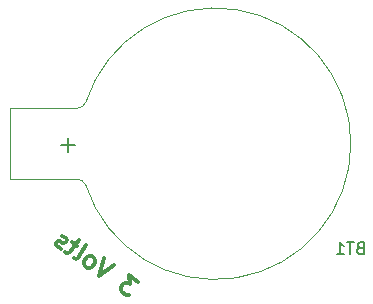
<source format=gbr>
G04 #@! TF.GenerationSoftware,KiCad,Pcbnew,(5.0.0)*
G04 #@! TF.CreationDate,2018-09-14T19:56:33-05:00*
G04 #@! TF.ProjectId,light sensitive demo,6C696768742073656E73697469766520,rev?*
G04 #@! TF.SameCoordinates,Original*
G04 #@! TF.FileFunction,Legend,Bot*
G04 #@! TF.FilePolarity,Positive*
%FSLAX46Y46*%
G04 Gerber Fmt 4.6, Leading zero omitted, Abs format (unit mm)*
G04 Created by KiCad (PCBNEW (5.0.0)) date 09/14/18 19:56:37*
%MOMM*%
%LPD*%
G01*
G04 APERTURE LIST*
%ADD10C,0.300000*%
%ADD11C,0.120000*%
%ADD12C,0.150000*%
G04 APERTURE END LIST*
D10*
X154731483Y-94229006D02*
X153970841Y-93696399D01*
X154052659Y-94451274D01*
X153877127Y-94328365D01*
X153719135Y-94304937D01*
X153619655Y-94322478D01*
X153479204Y-94398530D01*
X153274356Y-94691084D01*
X153250927Y-94849075D01*
X153268468Y-94948556D01*
X153344520Y-95089006D01*
X153695585Y-95334825D01*
X153853577Y-95358253D01*
X153953057Y-95340712D01*
X152683602Y-92795065D02*
X151413662Y-93737005D01*
X151864450Y-92221488D01*
X150418977Y-93040519D02*
X150576969Y-93063948D01*
X150676449Y-93046407D01*
X150816900Y-92970355D01*
X151062718Y-92619289D01*
X151086147Y-92461298D01*
X151068606Y-92361817D01*
X150992554Y-92221367D01*
X150817021Y-92098458D01*
X150659030Y-92075029D01*
X150559549Y-92092570D01*
X150419099Y-92168622D01*
X150173280Y-92519687D01*
X150149852Y-92677679D01*
X150167393Y-92777159D01*
X150243445Y-92917610D01*
X150418977Y-93040519D01*
X149307271Y-92262094D02*
X149465262Y-92285523D01*
X149605713Y-92209471D01*
X150343168Y-91156275D01*
X149588293Y-91238093D02*
X149120206Y-90910335D01*
X149699549Y-90705608D02*
X148962093Y-91758803D01*
X148821643Y-91834855D01*
X148663651Y-91811427D01*
X148546630Y-91729487D01*
X148236534Y-91425158D02*
X148078543Y-91401729D01*
X147844499Y-91237850D01*
X147768447Y-91097400D01*
X147791876Y-90939408D01*
X147832846Y-90880898D01*
X147973296Y-90804846D01*
X148131288Y-90828274D01*
X148306820Y-90951183D01*
X148464812Y-90974612D01*
X148605262Y-90898560D01*
X148646232Y-90840049D01*
X148669660Y-90682058D01*
X148593608Y-90541607D01*
X148418076Y-90418698D01*
X148260084Y-90395270D01*
D11*
G04 #@! TO.C,BT1*
X143850000Y-79550000D02*
X149550000Y-79550000D01*
X143850000Y-79550000D02*
X143850000Y-85550000D01*
X143850000Y-85550000D02*
X149550000Y-85550000D01*
X150301754Y-86076384D02*
G75*
G03X149550000Y-85550000I-751754J-273616D01*
G01*
X172745671Y-82504719D02*
G75*
G02X150300000Y-86050000I-11495671J-45281D01*
G01*
X150301754Y-79023616D02*
G75*
G02X149550000Y-79550000I-751754J273616D01*
G01*
X172745671Y-82595281D02*
G75*
G03X150300000Y-79050000I-11495671J45281D01*
G01*
D12*
X173505714Y-91368571D02*
X173362857Y-91416190D01*
X173315238Y-91463809D01*
X173267619Y-91559047D01*
X173267619Y-91701904D01*
X173315238Y-91797142D01*
X173362857Y-91844761D01*
X173458095Y-91892380D01*
X173839047Y-91892380D01*
X173839047Y-90892380D01*
X173505714Y-90892380D01*
X173410476Y-90940000D01*
X173362857Y-90987619D01*
X173315238Y-91082857D01*
X173315238Y-91178095D01*
X173362857Y-91273333D01*
X173410476Y-91320952D01*
X173505714Y-91368571D01*
X173839047Y-91368571D01*
X172981904Y-90892380D02*
X172410476Y-90892380D01*
X172696190Y-91892380D02*
X172696190Y-90892380D01*
X171553333Y-91892380D02*
X172124761Y-91892380D01*
X171839047Y-91892380D02*
X171839047Y-90892380D01*
X171934285Y-91035238D01*
X172029523Y-91130476D01*
X172124761Y-91178095D01*
X149371428Y-82657142D02*
X148228571Y-82657142D01*
X148800000Y-83228571D02*
X148800000Y-82085714D01*
G04 #@! TD*
M02*

</source>
